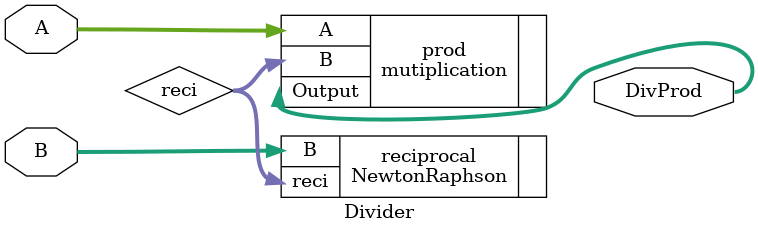
<source format=v>
`timescale 1ns / 1ps
module Divider(A, B, DivProd);

input [31:0] A,B;
output [31:0] DivProd;
wire [31:0] reci;

NewtonRaphson reciprocal(.B(B),.reci(reci));

mutiplication prod(.A(A),.B(reci),.Output(DivProd));

endmodule

</source>
